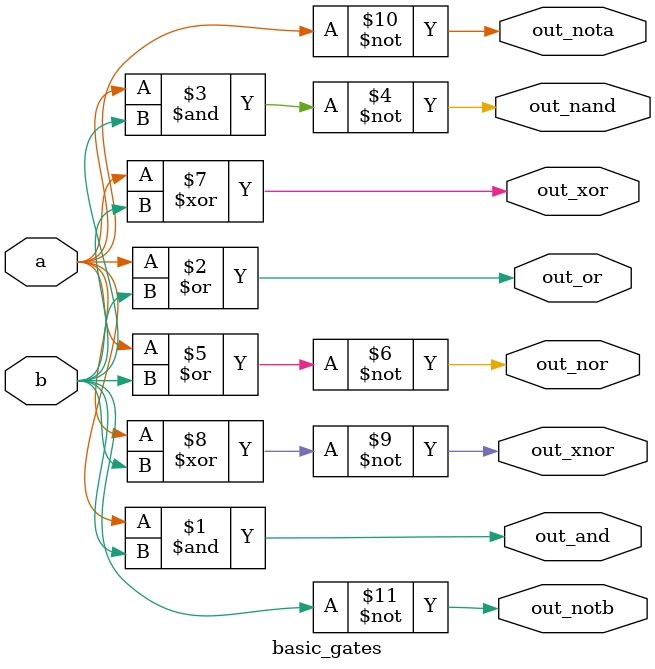
<source format=v>
module basic_gates(
  input a,b,
  output out_and,out_or,out_nand,out_nor,out_xor,out_xnor,out_nota,out_notb);
  
  assign out_and=a&b;
  assign out_or=a|b;
  assign out_nand=~(a&b);
  assign out_nor=~(a|b);
  assign out_xor=a^b;
  assign out_xnor=~(a^b);
  assign out_nota=~a;
  assign out_notb=~b;
endmodule

</source>
